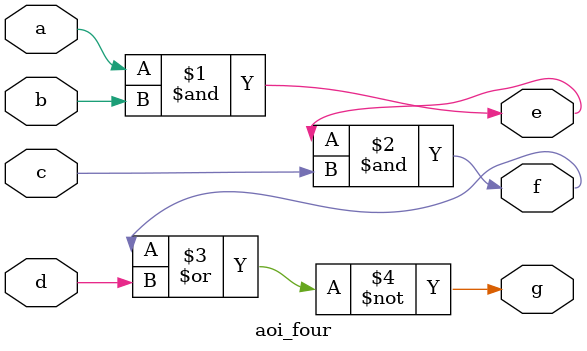
<source format=v>
`timescale 1ns / 1ps

module aoi_four (a, b, c, d, e, f, g);
    input a, b, c, d;
    output e, f, g;

    assign e = a&b;
    assign f = e&c;
    assign g = ~(f|d);
    
endmodule

</source>
